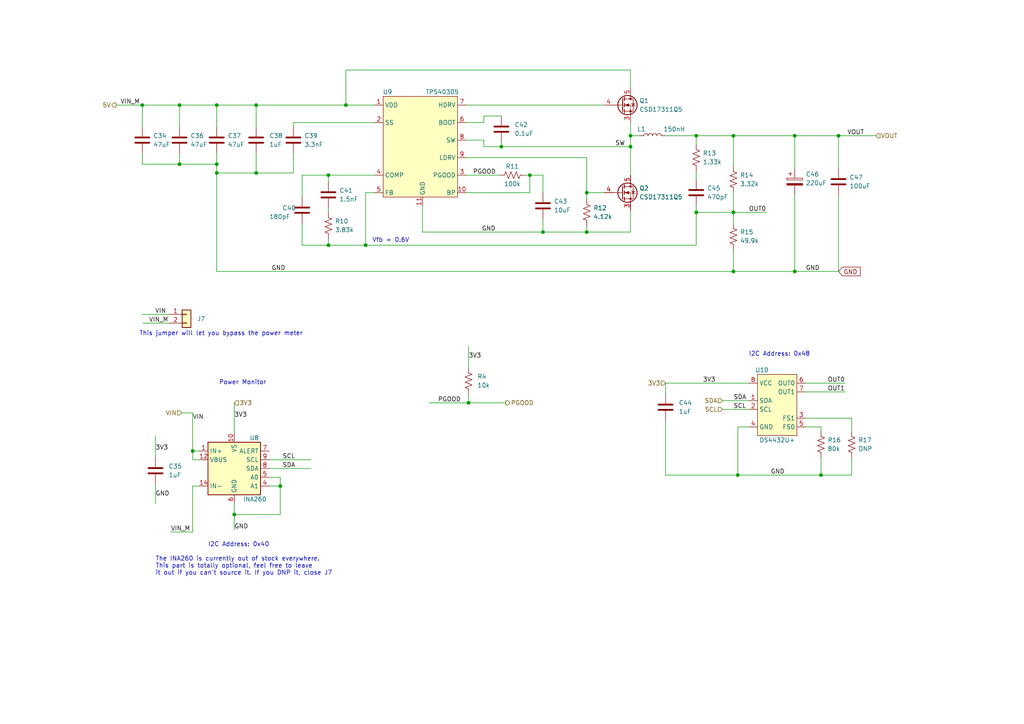
<source format=kicad_sch>
(kicad_sch (version 20211123) (generator eeschema)
  (paper "A4")
  (lib_symbols
    (symbol "Connector_Generic:Conn_01x02" (pin_names (offset 1.016) hide)
      (property "Reference" "J" (at 0 2.54 0))
      (property "Value" "Conn_01x02" (at 0 -5.08 0))
      (symbol "Conn_01x02_1_1"
        (rectangle (start -1.27 -2.413) (end 0 -2.667) (stroke (width 0.1524)))
        (rectangle (start -1.27 0.127) (end 0 -0.127) (stroke (width 0.1524)))
        (rectangle (start -1.27 1.27) (end 1.27 -3.81) (stroke (width 0.254)) (fill (type background)))
        (pin passive line (at -5.08 0 0) (length 3.81) (name "Pin_1") (number "1"))
        (pin passive line (at -5.08 -2.54 0) (length 3.81) (name "Pin_2") (number "2"))
      )
    )
    (symbol "Device:C" (pin_numbers hide) (pin_names (offset 0.254))
      (property "Reference" "C" (at 0.635 2.54 0))
      (property "Value" "C" (at 0.635 -2.54 0))
      (symbol "C_0_1"
        (polyline (pts (xy -2.032 -0.762) (xy 2.032 -0.762)) (stroke (width 0.508)))
        (polyline (pts (xy -2.032 0.762) (xy 2.032 0.762)) (stroke (width 0.508)))
      )
      (symbol "C_1_1"
        (pin passive line (at 0 3.81 270) (length 2.794) (name "~") (number "1"))
        (pin passive line (at 0 -3.81 90) (length 2.794) (name "~") (number "2"))
      )
    )
    (symbol "Device:C_Polarized" (pin_numbers hide) (pin_names (offset 0.254))
      (property "Reference" "C" (at 0.635 2.54 0))
      (property "Value" "C_Polarized" (at 0.635 -2.54 0))
      (symbol "C_Polarized_0_1"
        (rectangle (start -2.286 0.508) (end 2.286 1.016))
        (polyline (pts (xy -1.778 2.286) (xy -0.762 2.286)))
        (polyline (pts (xy -1.27 2.794) (xy -1.27 1.778)))
        (rectangle (start 2.286 -0.508) (end -2.286 -1.016) (fill (type outline)))
      )
      (symbol "C_Polarized_1_1"
        (pin passive line (at 0 3.81 270) (length 2.794) (name "~") (number "1"))
        (pin passive line (at 0 -3.81 90) (length 2.794) (name "~") (number "2"))
      )
    )
    (symbol "Device:L" (pin_numbers hide) (pin_names (offset 1.016) hide)
      (property "Reference" "L" (at -1.27 0 90))
      (property "Value" "L" (at 1.905 0 90))
      (symbol "L_0_1"
        (arc (start 0 -2.54) (mid 0.635 -1.905) (end 0 -1.27))
        (arc (start 0 -1.27) (mid 0.635 -0.635) (end 0 0))
        (arc (start 0 0) (mid 0.635 0.635) (end 0 1.27))
        (arc (start 0 1.27) (mid 0.635 1.905) (end 0 2.54))
      )
      (symbol "L_1_1"
        (pin passive line (at 0 3.81 270) (length 1.27) (name "1") (number "1"))
        (pin passive line (at 0 -3.81 90) (length 1.27) (name "2") (number "2"))
      )
    )
    (symbol "Device:R_US" (pin_numbers hide) (pin_names (offset 0))
      (property "Reference" "R" (at 2.54 0 90))
      (property "Value" "R_US" (at -2.54 0 90))
      (symbol "R_US_0_1"
        (polyline (pts (xy 0 -2.286) (xy 0 -2.54)))
        (polyline (pts (xy 0 2.286) (xy 0 2.54)))
        (polyline (pts (xy 0 -0.762) (xy 1.016 -1.143) (xy 0 -1.524) (xy -1.016 -1.905) (xy 0 -2.286)))
        (polyline (pts (xy 0 0.762) (xy 1.016 0.381) (xy 0 0) (xy -1.016 -0.381) (xy 0 -0.762)))
        (polyline (pts (xy 0 2.286) (xy 1.016 1.905) (xy 0 1.524) (xy -1.016 1.143) (xy 0 0.762)))
      )
      (symbol "R_US_1_1"
        (pin passive line (at 0 3.81 270) (length 1.27) (name "~") (number "1"))
        (pin passive line (at 0 -3.81 90) (length 1.27) (name "~") (number "2"))
      )
    )
    (symbol "Q_NMOS_CSD17311Q5_1" (pin_names (offset 0) hide)
      (property "Reference" "Q" (at 5.08 1.27 0))
      (property "Value" "Q_NMOS_CSD17311Q5_1" (at 5.08 -1.27 0))
      (symbol "Q_NMOS_CSD17311Q5_1_0_1"
        (polyline (pts (xy 0.254 0) (xy -2.54 0)))
        (polyline (pts (xy 0.254 1.905) (xy 0.254 -1.905)) (stroke (width 0.254)))
        (polyline (pts (xy 0.762 -1.27) (xy 0.762 -2.286)) (stroke (width 0.254)))
        (polyline (pts (xy 0.762 0.508) (xy 0.762 -0.508)) (stroke (width 0.254)))
        (polyline (pts (xy 0.762 2.286) (xy 0.762 1.27)) (stroke (width 0.254)))
        (polyline (pts (xy 2.54 2.54) (xy 2.54 1.778)))
        (polyline (pts (xy 2.54 -2.54) (xy 2.54 0) (xy 0.762 0)))
        (polyline (pts (xy 0.762 -1.778) (xy 3.302 -1.778) (xy 3.302 1.778) (xy 0.762 1.778)))
        (polyline (pts (xy 1.016 0) (xy 2.032 0.381) (xy 2.032 -0.381) (xy 1.016 0)) (fill (type outline)))
        (polyline (pts (xy 2.794 0.508) (xy 2.921 0.381) (xy 3.683 0.381) (xy 3.81 0.254)))
        (polyline (pts (xy 3.302 0.381) (xy 2.921 -0.254) (xy 3.683 -0.254) (xy 3.302 0.381)))
        (circle (center 1.651 0) (radius 2.794) (stroke (width 0.254)))
        (circle (center 2.54 -1.778) (radius 0.254) (fill (type outline)))
        (circle (center 2.54 1.778) (radius 0.254) (fill (type outline)))
      )
      (symbol "Q_NMOS_CSD17311Q5_1_1_1"
        (pin passive line (at 2.54 -5.08 90) (length 2.54) hide (name "") (number "1"))
        (pin passive line (at 2.54 -5.08 90) (length 2.54) hide (name "") (number "2"))
        (pin passive line (at 2.54 -5.08 90) (length 2.54) (name "S") (number "3"))
        (pin input line (at -5.08 0 0) (length 2.54) (name "G") (number "4"))
        (pin passive line (at 2.54 5.08 270) (length 2.54) (name "D") (number "5"))
      )
    )
    (symbol "Sensor:INA260"
      (property "Reference" "U" (at -6.35 8.89 0))
      (property "Value" "INA260" (at 2.54 8.89 0))
      (symbol "INA260_0_1"
        (rectangle (start -7.62 7.62) (end 7.62 -7.62) (stroke (width 0.254)) (fill (type background)))
      )
      (symbol "INA260_1_1"
        (pin passive line (at -10.16 5.08 0) (length 2.54) (name "IN+") (number "1"))
        (pin power_in line (at 0 10.16 270) (length 2.54) (name "VS") (number "10"))
        (pin passive line (at 0 -10.16 90) (length 2.54) hide (name "GND") (number "11"))
        (pin passive line (at -10.16 2.54 0) (length 2.54) (name "VBUS") (number "12"))
        (pin no_connect line (at 2.54 -7.62 90) (length 2.54) hide (name "NC") (number "13"))
        (pin passive line (at -10.16 -5.08 0) (length 2.54) (name "IN-") (number "14"))
        (pin passive line (at -10.16 -5.08 0) (length 2.54) hide (name "IN-") (number "15"))
        (pin passive line (at -10.16 -5.08 0) (length 2.54) hide (name "IN-") (number "16"))
        (pin passive line (at -10.16 5.08 0) (length 2.54) hide (name "IN+") (number "2"))
        (pin passive line (at -10.16 5.08 0) (length 2.54) hide (name "IN+") (number "3"))
        (pin input line (at 10.16 -5.08 180) (length 2.54) (name "A1") (number "4"))
        (pin input line (at 10.16 -2.54 180) (length 2.54) (name "A0") (number "5"))
        (pin power_in line (at 0 -10.16 90) (length 2.54) (name "GND") (number "6"))
        (pin open_collector line (at 10.16 5.08 180) (length 2.54) (name "ALERT") (number "7"))
        (pin bidirectional line (at 10.16 0 180) (length 2.54) (name "SDA") (number "8"))
        (pin input line (at 10.16 2.54 180) (length 2.54) (name "SCL") (number "9"))
      )
    )
    (symbol "TPS40305:DS4432U+"
      (property "Reference" "U" (at 3.81 10.16 0))
      (property "Value" "DS4432U+" (at -1.27 -10.16 0))
      (symbol "DS4432U+_0_1"
        (rectangle (start -6.35 8.89) (end 5.08 -8.89) (stroke (width 0.1524)) (fill (type background)))
      )
      (symbol "DS4432U+_1_1"
        (pin input line (at -8.89 1.27 0) (length 2.54) (name "SDA") (number "1"))
        (pin input line (at -8.89 -1.27 0) (length 2.54) (name "SCL") (number "2"))
        (pin input line (at 7.62 -3.81 180) (length 2.54) (name "FS1") (number "3"))
        (pin power_in line (at -8.89 -6.35 0) (length 2.54) (name "GND") (number "4"))
        (pin input line (at 7.62 -6.35 180) (length 2.54) (name "FS0") (number "5"))
        (pin output line (at 7.62 6.35 180) (length 2.54) (name "OUT0") (number "6"))
        (pin output line (at 7.62 3.81 180) (length 2.54) (name "OUT1") (number "7"))
        (pin power_in line (at -8.89 6.35 0) (length 2.54) (name "VCC") (number "8"))
      )
    )
    (symbol "TPS40305:TPS40305"
      (property "Reference" "U" (at 10.16 16.51 0))
      (property "Value" "TPS40305" (at -7.62 16.51 0))
      (symbol "TPS40305_0_1"
        (rectangle (start -11.43 15.24) (end 10.16 -13.97) (stroke (width 0.1524)) (fill (type background)))
      )
      (symbol "TPS40305_1_1"
        (pin input line (at -13.97 12.7 0) (length 2.54) (name "VDD") (number "1"))
        (pin input line (at 12.7 -12.7 180) (length 2.54) (name "BP") (number "10"))
        (pin input line (at 0 -16.51 90) (length 2.54) (name "GND") (number "11"))
        (pin input line (at -13.97 7.62 0) (length 2.54) (name "SS") (number "2"))
        (pin input line (at 12.7 -7.62 180) (length 2.54) (name "PGOOD") (number "3"))
        (pin input line (at -13.97 -7.62 0) (length 2.54) (name "COMP") (number "4"))
        (pin input line (at -13.97 -12.7 0) (length 2.54) (name "FB") (number "5"))
        (pin input line (at 12.7 7.62 180) (length 2.54) (name "BOOT") (number "6"))
        (pin input line (at 12.7 12.7 180) (length 2.54) (name "HDRV") (number "7"))
        (pin input line (at 12.7 2.54 180) (length 2.54) (name "SW") (number "8"))
        (pin input line (at 12.7 -2.54 180) (length 2.54) (name "LDRV") (number "9"))
      )
    )
  )
  (junction (at 135.89 116.84))
  (junction (at 62.865 50.165))
  (junction (at 201.93 61.595))
  (junction (at 62.865 47.625))
  (junction (at 238.125 137.795))
  (junction (at 153.67 50.8))
  (junction (at 213.995 137.795))
  (junction (at 41.275 30.48))
  (junction (at 145.415 42.545))
  (junction (at 182.88 42.545))
  (junction (at 212.725 78.74))
  (junction (at 95.25 50.8))
  (junction (at 182.88 39.37))
  (junction (at 170.18 55.88))
  (junction (at 230.505 78.74))
  (junction (at 212.725 39.37))
  (junction (at 52.07 47.625))
  (junction (at 74.295 30.48))
  (junction (at 100.33 30.48))
  (junction (at 106.045 71.12))
  (junction (at 67.945 149.225))
  (junction (at 52.07 30.48))
  (junction (at 230.505 39.37))
  (junction (at 212.725 61.595))
  (junction (at 81.28 140.97))
  (junction (at 157.48 67.31))
  (junction (at 62.865 30.48))
  (junction (at 74.295 50.165))
  (junction (at 243.205 39.37))
  (junction (at 55.88 130.81))
  (junction (at 201.93 39.37))
  (junction (at 95.25 71.12))
  (junction (at 170.18 67.31))
  (wire (pts (xy 247.015 137.795) (xy 238.125 137.795)))
  (wire (pts (xy 243.205 39.37) (xy 230.505 39.37)))
  (wire (pts (xy 193.04 111.125) (xy 217.17 111.125)))
  (wire (pts (xy 157.48 63.5) (xy 157.48 67.31)))
  (wire (pts (xy 41.275 30.48) (xy 52.07 30.48)))
  (wire (pts (xy 108.585 50.8) (xy 95.25 50.8)))
  (wire (pts (xy 182.88 35.56) (xy 182.88 39.37)))
  (wire (pts (xy 243.205 48.895) (xy 243.205 39.37)))
  (wire (pts (xy 170.18 55.88) (xy 175.26 55.88)))
  (wire (pts (xy 67.945 116.84) (xy 67.945 125.73)))
  (wire (pts (xy 95.25 60.325) (xy 95.25 61.595)))
  (wire (pts (xy 74.295 44.45) (xy 74.295 50.165)))
  (wire (pts (xy 212.725 55.88) (xy 212.725 61.595)))
  (wire (pts (xy 170.18 45.72) (xy 170.18 55.88)))
  (wire (pts (xy 55.88 130.81) (xy 55.88 119.761)))
  (wire (pts (xy 52.07 44.45) (xy 52.07 47.625)))
  (wire (pts (xy 170.18 67.31) (xy 170.18 65.405)))
  (wire (pts (xy 233.68 113.665) (xy 245.11 113.665)))
  (wire (pts (xy 85.09 44.45) (xy 85.09 50.165)))
  (wire (pts (xy 247.015 132.715) (xy 247.015 137.795)))
  (wire (pts (xy 182.88 20.32) (xy 100.33 20.32)))
  (wire (pts (xy 193.04 114.3) (xy 193.04 111.125)))
  (wire (pts (xy 201.93 39.37) (xy 201.93 41.91)))
  (wire (pts (xy 57.785 133.35) (xy 55.88 133.35)))
  (wire (pts (xy 52.07 47.625) (xy 62.865 47.625)))
  (wire (pts (xy 243.205 39.37) (xy 254 39.37)))
  (wire (pts (xy 55.88 140.97) (xy 55.88 154.305)))
  (wire (pts (xy 124.46 116.84) (xy 135.89 116.84)))
  (wire (pts (xy 87.63 71.12) (xy 87.63 64.77)))
  (wire (pts (xy 87.63 50.8) (xy 87.63 57.15)))
  (wire (pts (xy 49.53 154.305) (xy 55.88 154.305)))
  (wire (pts (xy 209.55 116.205) (xy 217.17 116.205)))
  (wire (pts (xy 62.865 50.165) (xy 74.295 50.165)))
  (wire (pts (xy 78.105 138.43) (xy 81.28 138.43)))
  (wire (pts (xy 122.555 67.31) (xy 157.48 67.31)))
  (wire (pts (xy 81.28 149.225) (xy 67.945 149.225)))
  (wire (pts (xy 213.995 123.825) (xy 217.17 123.825)))
  (wire (pts (xy 62.865 78.74) (xy 212.725 78.74)))
  (wire (pts (xy 201.93 49.53) (xy 201.93 52.07)))
  (wire (pts (xy 57.785 130.81) (xy 55.88 130.81)))
  (wire (pts (xy 74.295 30.48) (xy 74.295 36.83)))
  (wire (pts (xy 95.25 69.215) (xy 95.25 71.12)))
  (wire (pts (xy 233.68 121.285) (xy 247.015 121.285)))
  (wire (pts (xy 212.725 72.39) (xy 212.725 78.74)))
  (wire (pts (xy 41.402 93.726) (xy 49.022 93.726)))
  (wire (pts (xy 157.48 67.31) (xy 170.18 67.31)))
  (wire (pts (xy 238.125 132.715) (xy 238.125 137.795)))
  (wire (pts (xy 153.67 55.88) (xy 153.67 50.8)))
  (wire (pts (xy 230.505 39.37) (xy 230.505 48.895)))
  (wire (pts (xy 212.725 61.595) (xy 212.725 64.77)))
  (wire (pts (xy 140.335 40.64) (xy 140.335 42.545)))
  (wire (pts (xy 182.88 60.96) (xy 182.88 67.31)))
  (wire (pts (xy 81.28 138.43) (xy 81.28 140.97)))
  (wire (pts (xy 135.255 45.72) (xy 170.18 45.72)))
  (wire (pts (xy 135.255 40.64) (xy 140.335 40.64)))
  (wire (pts (xy 41.275 47.625) (xy 52.07 47.625)))
  (wire (pts (xy 233.68 111.125) (xy 245.11 111.125)))
  (wire (pts (xy 135.255 55.88) (xy 153.67 55.88)))
  (wire (pts (xy 41.275 36.83) (xy 41.275 30.48)))
  (wire (pts (xy 230.505 56.515) (xy 230.505 78.74)))
  (wire (pts (xy 62.865 30.48) (xy 62.865 36.83)))
  (wire (pts (xy 152.4 50.8) (xy 153.67 50.8)))
  (wire (pts (xy 52.07 30.48) (xy 62.865 30.48)))
  (wire (pts (xy 213.995 137.795) (xy 213.995 123.825)))
  (wire (pts (xy 45.085 140.335) (xy 45.085 146.05)))
  (wire (pts (xy 140.335 42.545) (xy 145.415 42.545)))
  (wire (pts (xy 230.505 39.37) (xy 212.725 39.37)))
  (wire (pts (xy 100.33 20.32) (xy 100.33 30.48)))
  (wire (pts (xy 182.88 67.31) (xy 170.18 67.31)))
  (wire (pts (xy 67.945 149.225) (xy 67.945 153.67)))
  (wire (pts (xy 233.68 123.825) (xy 238.125 123.825)))
  (wire (pts (xy 135.89 116.84) (xy 146.685 116.84)))
  (wire (pts (xy 170.18 55.88) (xy 170.18 57.785)))
  (wire (pts (xy 182.88 42.545) (xy 182.88 50.8)))
  (wire (pts (xy 95.25 71.12) (xy 87.63 71.12)))
  (wire (pts (xy 62.865 30.48) (xy 74.295 30.48)))
  (wire (pts (xy 230.505 78.74) (xy 243.205 78.74)))
  (wire (pts (xy 193.04 137.795) (xy 213.995 137.795)))
  (wire (pts (xy 78.105 140.97) (xy 81.28 140.97)))
  (wire (pts (xy 67.945 146.05) (xy 67.945 149.225)))
  (wire (pts (xy 135.255 50.8) (xy 144.78 50.8)))
  (wire (pts (xy 106.045 71.12) (xy 95.25 71.12)))
  (wire (pts (xy 157.48 50.8) (xy 157.48 55.88)))
  (wire (pts (xy 52.07 30.48) (xy 52.07 36.83)))
  (wire (pts (xy 135.89 114.3) (xy 135.89 116.84)))
  (wire (pts (xy 62.865 47.625) (xy 62.865 50.165)))
  (wire (pts (xy 145.415 42.545) (xy 182.88 42.545)))
  (wire (pts (xy 182.88 25.4) (xy 182.88 20.32)))
  (wire (pts (xy 62.865 50.165) (xy 62.865 78.74)))
  (wire (pts (xy 247.015 121.285) (xy 247.015 125.095)))
  (wire (pts (xy 41.275 44.45) (xy 41.275 47.625)))
  (wire (pts (xy 62.865 44.45) (xy 62.865 47.625)))
  (wire (pts (xy 122.555 59.69) (xy 122.555 67.31)))
  (wire (pts (xy 212.725 61.595) (xy 222.25 61.595)))
  (wire (pts (xy 212.725 78.74) (xy 230.505 78.74)))
  (wire (pts (xy 193.04 39.37) (xy 201.93 39.37)))
  (wire (pts (xy 209.55 118.745) (xy 217.17 118.745)))
  (wire (pts (xy 108.585 55.88) (xy 106.045 55.88)))
  (wire (pts (xy 108.585 35.56) (xy 85.09 35.56)))
  (wire (pts (xy 57.785 140.97) (xy 55.88 140.97)))
  (wire (pts (xy 201.93 39.37) (xy 212.725 39.37)))
  (wire (pts (xy 153.67 50.8) (xy 157.48 50.8)))
  (wire (pts (xy 140.335 35.56) (xy 140.335 33.655)))
  (wire (pts (xy 201.93 59.69) (xy 201.93 61.595)))
  (wire (pts (xy 41.148 91.186) (xy 49.022 91.186)))
  (wire (pts (xy 243.205 56.515) (xy 243.205 78.74)))
  (wire (pts (xy 201.93 71.12) (xy 106.045 71.12)))
  (wire (pts (xy 95.25 50.8) (xy 87.63 50.8)))
  (wire (pts (xy 74.295 30.48) (xy 100.33 30.48)))
  (wire (pts (xy 140.335 33.655) (xy 145.415 33.655)))
  (wire (pts (xy 145.415 41.275) (xy 145.415 42.545)))
  (wire (pts (xy 45.085 126.365) (xy 45.085 132.715)))
  (wire (pts (xy 135.255 30.48) (xy 175.26 30.48)))
  (wire (pts (xy 55.88 133.35) (xy 55.88 130.81)))
  (wire (pts (xy 100.33 30.48) (xy 108.585 30.48)))
  (wire (pts (xy 85.09 35.56) (xy 85.09 36.83)))
  (wire (pts (xy 212.725 39.37) (xy 212.725 48.26)))
  (wire (pts (xy 182.88 39.37) (xy 185.42 39.37)))
  (wire (pts (xy 135.89 100.33) (xy 135.89 106.68)))
  (wire (pts (xy 238.125 123.825) (xy 238.125 125.095)))
  (wire (pts (xy 201.93 61.595) (xy 201.93 71.12)))
  (wire (pts (xy 135.255 35.56) (xy 140.335 35.56)))
  (wire (pts (xy 78.105 133.35) (xy 90.17 133.35)))
  (wire (pts (xy 81.28 140.97) (xy 81.28 149.225)))
  (wire (pts (xy 106.045 55.88) (xy 106.045 71.12)))
  (wire (pts (xy 182.88 39.37) (xy 182.88 42.545)))
  (wire (pts (xy 238.125 137.795) (xy 213.995 137.795)))
  (wire (pts (xy 193.04 121.92) (xy 193.04 137.795)))
  (wire (pts (xy 52.705 119.761) (xy 55.88 119.761)))
  (wire (pts (xy 33.655 30.48) (xy 41.275 30.48)))
  (wire (pts (xy 78.105 135.89) (xy 90.17 135.89)))
  (wire (pts (xy 74.295 50.165) (xy 85.09 50.165)))
  (wire (pts (xy 201.93 61.595) (xy 212.725 61.595)))
  (wire (pts (xy 95.25 50.8) (xy 95.25 52.705)))
  (text "I2C Address: 0x48" (at 217.17 103.505 0) (effects (font (size 1.27 1.27)) (justify left bottom)))
  (text "The INA260 is currently out of stock everywhere.\nThis part is totally optional, feel free to leave \nit out if you can't source it. If you DNP it, close J7" (at 45.085 167.005 0) (effects (font (size 1.27 1.27)) (justify left bottom)))
  (text "Power Monitor" (at 63.5 111.76 0) (effects (font (size 1.27 1.27)) (justify left bottom)))
  (text "I2C Address: 0x40" (at 60.325 158.75 0) (effects (font (size 1.27 1.27)) (justify left bottom)))
  (text "Vfb = 0.6V" (at 107.95 70.485 0) (effects (font (size 1.27 1.27)) (justify left bottom)))
  (text "This jumper will let you bypass the power meter" (at 40.386 97.536 0) (effects (font (size 1.27 1.27)) (justify left bottom)))
  (label "3V3" (at 203.835 111.125 0))
  (label "SDA" (at 212.725 116.205 0))
  (label "VIN_M" (at 34.925 30.48 0))
  (label "GND" (at 233.68 78.74 0))
  (label "VIN_M" (at 49.53 154.305 0))
  (label "GND" (at 78.74 78.74 0))
  (label "VIN" (at 44.958 91.186 0))
  (label "GND" (at 67.945 153.67 0))
  (label "3V3" (at 67.945 121.285 0))
  (label "PGOOD" (at 137.16 50.8 0))
  (label "GND" (at 45.085 144.145 0))
  (label "SCL" (at 81.915 133.35 0))
  (label "VOUT" (at 245.745 39.37 0))
  (label "3V3" (at 45.085 130.81 0))
  (label "OUT1" (at 240.03 113.665 0))
  (label "SCL" (at 212.725 118.745 0))
  (label "SDA" (at 81.915 135.89 0))
  (label "OUT0" (at 217.17 61.595 0))
  (label "OUT0" (at 240.03 111.125 0))
  (label "GND" (at 223.52 137.795 0))
  (label "VIN_M" (at 43.18 93.726 0))
  (label "3V3" (at 135.89 104.14 0))
  (label "PGOOD" (at 127 116.84 0))
  (label "SW" (at 178.435 42.545 0))
  (label "GND" (at 139.7 67.31 0))
  (label "VIN" (at 55.88 121.92 0))
  (global_label "GND" (shape input) (at 243.205 78.74 0) (property "Intersheet References" "${INTERSHEET_REFS}" (effects hide)))
  (hierarchical_label "SDA" (shape input) (at 209.55 116.205 180))
  (hierarchical_label "5V" (shape output) (at 33.655 30.48 180))
  (hierarchical_label "SCL" (shape input) (at 209.55 118.745 180))
  (hierarchical_label "3V3" (shape input) (at 67.945 116.84 0))
  (hierarchical_label "VOUT" (shape input) (at 254 39.37 0))
  (hierarchical_label "VIN" (shape input) (at 52.705 119.761 180))
  (hierarchical_label "3V3" (shape input) (at 193.04 111.125 180))
  (hierarchical_label "PGOOD" (shape output) (at 146.685 116.84 0))
  (symbol (lib_id "Device:C") (at 157.48 59.69 0) (unit 1)
    (property "Reference" "C43" (at 160.655 58.4199 0) (effects (justify left)))
    (property "Value" "10uF" (at 160.655 60.9599 0) (effects (justify left)))
    (property "Footprint" "Capacitor_SMD:C_0805_2012Metric" (effects hide))
    (property "DK" "1276-1096-1-ND" (effects hide))
  )
  (symbol (lib_id "Device:R_US") (at 212.725 52.07 0) (unit 1)
    (property "Reference" "R14" (at 214.63 50.7999 0) (effects (justify left)))
    (property "Value" "3.32k" (at 214.63 53.3399 0) (effects (justify left)))
    (property "Footprint" "Resistor_SMD:R_0402_1005Metric" (effects hide))
    (property "DK" "311-3.32KLRCT-ND" (effects hide))
  )
  (symbol (lib_id "Device:C") (at 62.865 40.64 0) (unit 1)
    (property "Reference" "C37" (at 66.04 39.3699 0) (effects (justify left)))
    (property "Value" "47uF" (at 66.04 41.9099 0) (effects (justify left)))
    (property "Footprint" "Capacitor_SMD:C_1210_3225Metric" (effects hide))
    (property "DK" "490-6539-1-ND" (effects hide))
    (property "PARTNO" "GRM32ER61C476KE15L" (effects hide))
  )
  (symbol (lib_id "Device:C_Polarized") (at 230.505 52.705 0) (unit 1)
    (property "Reference" "C46" (at 233.68 50.5459 0) (effects (justify left)))
    (property "Value" "220uF" (at 233.68 53.0859 0) (effects (justify left)))
    (property "Footprint" "TPS40305_supply:CAP_2R5TPE220MAFB" (effects hide))
    (property "Datasheet" "https://media.digikey.com/pdf/Data%20Sheets/Panasonic%20Capacitors%20PDFs/TPE_Series_POSCAP_Rev02_Oct_2017.pdf" (effects hide))
    (property "PARTNO" "2R5TPE220MAFB" (effects hide))
    (property "DK" "P16200CT-ND" (effects hide))
  )
  (symbol (lib_id "TPS40305:TPS40305") (at 122.555 43.18 0) (unit 1)
    (property "Reference" "U9" (at 112.395 26.67 0))
    (property "Value" "TPS40305" (at 128.27 26.67 0))
    (property "Footprint" "TPS40305_supply:TPS40305" (effects hide))
    (property "Datasheet" "https://www.ti.com/lit/ds/symlink/tps40303.pdf" (effects hide))
    (property "DK" "296-37445-1-ND" (effects hide))
    (property "PARTNO" "TPS40305DRCR" (effects hide))
  )
  (symbol (lib_id "Sensor:INA260") (at 67.945 135.89 0) (unit 1)
    (property "Reference" "U8" (at 72.39 127 0) (effects (justify left)))
    (property "Value" "INA260" (at 70.485 144.78 0) (effects (justify left)))
    (property "Footprint" "Package_SO:TSSOP-16_4.4x5mm_P0.65mm" (effects hide))
    (property "Datasheet" "http://www.ti.com/lit/ds/symlink/ina260.pdf" (effects hide))
    (property "PARTNO" "INA260AIPWR" (effects hide))
    (property "DK" "296-47777-1-ND" (effects hide))
  )
  (symbol (lib_id "Device:C") (at 41.275 40.64 0) (unit 1)
    (property "Reference" "C34" (at 44.45 39.3699 0) (effects (justify left)))
    (property "Value" "47uF" (at 44.45 41.9099 0) (effects (justify left)))
    (property "Footprint" "Capacitor_SMD:C_1210_3225Metric" (effects hide))
    (property "DK" "490-6539-1-ND" (effects hide))
    (property "PARTNO" "GRM32ER61C476KE15L" (effects hide))
  )
  (symbol (lib_name "Q_NMOS_CSD17311Q5_1") (lib_id "TPS40305:Q_NMOS_CSD17311Q5") (at 180.34 55.88 0) (unit 1)
    (property "Reference" "Q2" (at 185.42 54.61 0) (effects (justify left)))
    (property "Value" "CSD17311Q5" (at 185.42 57.15 0) (effects (justify left)))
    (property "Footprint" "TPS40305_supply:CSD17311Q5" (effects hide))
    (property "Datasheet" "https://www.ti.com/lit/ds/symlink/csd17311q5.pdf" (effects hide))
    (property "DK" "296-27625-1-ND" (effects hide))
    (property "PARTNO" "CSD17311Q5" (effects hide))
  )
  (symbol (lib_id "Device:C") (at 85.09 40.64 0) (unit 1)
    (property "Reference" "C39" (at 88.265 39.3699 0) (effects (justify left)))
    (property "Value" "3.3nF" (at 88.265 41.9099 0) (effects (justify left)))
    (property "Footprint" "Capacitor_SMD:C_0402_1005Metric" (effects hide))
    (property "DK" "1276-1552-1-ND" (effects hide))
  )
  (symbol (lib_id "Device:C") (at 52.07 40.64 0) (unit 1)
    (property "Reference" "C36" (at 55.245 39.3699 0) (effects (justify left)))
    (property "Value" "47uF" (at 55.245 41.9099 0) (effects (justify left)))
    (property "Footprint" "Capacitor_SMD:C_1210_3225Metric" (effects hide))
    (property "DK" "490-6539-1-ND" (effects hide))
    (property "PARTNO" "GRM32ER61C476KE15L" (effects hide))
  )
  (symbol (lib_id "Device:C") (at 74.295 40.64 0) (unit 1)
    (property "Reference" "C38" (at 78.105 39.3699 0) (effects (justify left)))
    (property "Value" "1uF" (at 78.105 41.9099 0) (effects (justify left)))
    (property "Footprint" "Capacitor_SMD:C_0805_2012Metric" (effects hide))
    (property "DK" "1276-6471-1-ND" (effects hide))
  )
  (symbol (lib_id "TPS40305:DS4432U+") (at 226.06 117.475 0) (unit 1)
    (property "Reference" "U10" (at 220.98 107.315 0))
    (property "Value" "DS4432U+" (at 225.425 127.635 0))
    (property "Footprint" "Package_SO:TSSOP-8_3x3mm_P0.65mm" (effects hide))
    (property "Datasheet" "https://datasheets.maximintegrated.com/en/ds/DS4432.pdf" (effects hide))
    (property "DK" "DS4432U+-ND" (effects hide))
    (property "PARTNO" "DS4432U+" (effects hide))
  )
  (symbol (lib_id "Device:C") (at 243.205 52.705 0) (unit 1)
    (property "Reference" "C47" (at 246.38 51.4349 0) (effects (justify left)))
    (property "Value" "100uF" (at 246.38 53.9749 0) (effects (justify left)))
    (property "Footprint" "Capacitor_SMD:C_1206_3216Metric" (effects hide))
    (property "PARTNO" "C3216X5R0J107M160AB" (effects hide))
    (property "DK" "445-6008-1-ND" (effects hide))
  )
  (symbol (lib_id "Device:C") (at 95.25 56.515 0) (unit 1)
    (property "Reference" "C41" (at 98.425 55.2449 0) (effects (justify left)))
    (property "Value" "1.5nF" (at 98.425 57.7849 0) (effects (justify left)))
    (property "Footprint" "Capacitor_SMD:C_0805_2012Metric" (effects hide))
    (property "DK" "311-1128-1-ND" (effects hide))
  )
  (symbol (lib_id "Device:R_US") (at 212.725 68.58 0) (unit 1)
    (property "Reference" "R15" (at 214.63 67.3099 0) (effects (justify left)))
    (property "Value" "49.9k" (at 214.63 69.8499 0) (effects (justify left)))
    (property "Footprint" "Resistor_SMD:R_0402_1005Metric" (effects hide))
    (property "DK" "311-49.9KLRCT-ND" (effects hide))
  )
  (symbol (lib_id "Device:R_US") (at 148.59 50.8 90) (unit 1)
    (property "Reference" "R11" (at 148.59 48.26 90))
    (property "Value" "100k" (at 148.59 53.34 90))
    (property "Footprint" "Resistor_SMD:R_0402_1005Metric" (effects hide))
    (property "DK" "311-100KJRCT-ND" (effects hide))
  )
  (symbol (lib_id "Device:C") (at 145.415 37.465 0) (unit 1)
    (property "Reference" "C42" (at 149.225 36.1949 0) (effects (justify left)))
    (property "Value" "0.1uF" (at 149.225 38.7349 0) (effects (justify left)))
    (property "Footprint" "Capacitor_SMD:C_0402_1005Metric" (effects hide))
    (property "DK" "1292-1639-1-ND" (effects hide))
  )
  (symbol (lib_id "Connector_Generic:Conn_01x02") (at 54.102 91.186 0) (unit 1)
    (property "Reference" "J7" (at 57.15 92.4559 0) (effects (justify left)))
    (property "Value" "Conn_01x02" (effects hide))
    (property "Footprint" "Connector_PinHeader_2.54mm:PinHeader_1x02_P2.54mm_Vertical" (effects hide))
    (property "DNP" "T" (effects hide))
  )
  (symbol (lib_id "Device:R_US") (at 238.125 128.905 0) (unit 1)
    (property "Reference" "R16" (at 240.03 127.6349 0) (effects (justify left)))
    (property "Value" "80k" (at 240.03 130.1749 0) (effects (justify left)))
    (property "Footprint" "Resistor_SMD:R_0402_1005Metric" (effects hide))
    (property "DK" "311-80.6KLRCT-ND" (effects hide))
  )
  (symbol (lib_id "Device:C") (at 193.04 118.11 0) (unit 1)
    (property "Reference" "C44" (at 196.85 116.8399 0) (effects (justify left)))
    (property "Value" "1uF" (at 196.85 119.3799 0) (effects (justify left)))
    (property "Footprint" "Capacitor_SMD:C_0402_1005Metric" (effects hide))
    (property "DK" "587-5514-1-ND" (effects hide))
  )
  (symbol (lib_id "Device:R_US") (at 201.93 45.72 0) (unit 1)
    (property "Reference" "R13" (at 203.835 44.4499 0) (effects (justify left)))
    (property "Value" "1.33k" (at 203.835 46.9899 0) (effects (justify left)))
    (property "Footprint" "Resistor_SMD:R_0402_1005Metric" (effects hide))
    (property "DK" "311-1.33KLRCT-ND" (effects hide))
  )
  (symbol (lib_id "Device:R_US") (at 95.25 65.405 0) (unit 1)
    (property "Reference" "R10" (at 97.155 64.1349 0) (effects (justify left)))
    (property "Value" "3.83k" (at 97.155 66.6749 0) (effects (justify left)))
    (property "Footprint" "Resistor_SMD:R_0402_1005Metric" (effects hide))
    (property "DK" "311-3.83KLRCT-ND" (effects hide))
  )
  (symbol (lib_name "Q_NMOS_CSD17311Q5_1") (lib_id "TPS40305:Q_NMOS_CSD17311Q5") (at 180.34 30.48 0) (unit 1)
    (property "Reference" "Q1" (at 185.42 29.21 0) (effects (justify left)))
    (property "Value" "CSD17311Q5" (at 185.42 31.75 0) (effects (justify left)))
    (property "Footprint" "TPS40305_supply:CSD17311Q5" (effects hide))
    (property "Datasheet" "https://www.ti.com/lit/ds/symlink/csd17311q5.pdf" (effects hide))
    (property "DK" "296-27625-1-ND" (effects hide))
    (property "PARTNO" "CSD17311Q5" (effects hide))
  )
  (symbol (lib_id "Device:C") (at 201.93 55.88 0) (unit 1)
    (property "Reference" "C45" (at 205.105 54.6099 0) (effects (justify left)))
    (property "Value" "470pF" (at 205.105 57.1499 0) (effects (justify left)))
    (property "Footprint" "Capacitor_SMD:C_0805_2012Metric" (effects hide))
    (property "DK" "1292-1580-1-ND" (effects hide))
  )
  (symbol (lib_id "Device:L") (at 189.23 39.37 90) (unit 1)
    (property "Reference" "L1" (at 186.055 37.465 90))
    (property "Value" "150nH" (at 195.58 37.465 90))
    (property "Footprint" "TPS40305_supply:FP1005R1-R15-R" (effects hide))
    (property "Datasheet" "https://www.eaton.com/content/dam/eaton/products/electronic-components/resources/data-sheet/eaton-fp1005r-high-current-power-inductors-data-sheet.pdf" (effects hide))
    (property "PARTNO" "FP1005R1-R15-R" (effects hide))
    (property "DK" "513-1568-1-ND" (effects hide))
  )
  (symbol (lib_id "Device:R_US") (at 247.015 128.905 0) (unit 1)
    (property "Reference" "R17" (at 248.92 127.6349 0) (effects (justify left)))
    (property "Value" "DNP" (at 248.92 130.1749 0) (effects (justify left)))
    (property "Footprint" "Resistor_SMD:R_0402_1005Metric" (effects hide))
    (property "DNP" "T" (effects hide))
  )
  (symbol (lib_id "Device:R_US") (at 170.18 61.595 0) (unit 1)
    (property "Reference" "R12" (at 172.085 60.3249 0) (effects (justify left)))
    (property "Value" "4.12k" (at 172.085 62.8649 0) (effects (justify left)))
    (property "Footprint" "Resistor_SMD:R_0402_1005Metric" (effects hide))
    (property "DK" "RMCF0402FT4K12CT-ND" (effects hide))
  )
  (symbol (lib_id "Device:C") (at 45.085 136.525 0) (unit 1)
    (property "Reference" "C35" (at 48.895 135.2549 0) (effects (justify left)))
    (property "Value" "1uF" (at 48.895 137.7949 0) (effects (justify left)))
    (property "Footprint" "Capacitor_SMD:C_0402_1005Metric" (effects hide))
    (property "DK" "587-5514-1-ND" (effects hide))
  )
  (symbol (lib_id "Device:C") (at 87.63 60.96 0) (unit 1)
    (property "Reference" "C40" (at 81.915 60.325 0) (effects (justify left)))
    (property "Value" "180pF" (at 78.105 62.865 0) (effects (justify left)))
    (property "Footprint" "Capacitor_SMD:C_0805_2012Metric" (effects hide))
    (property "DK" "311-1114-1-ND" (effects hide))
  )
  (symbol (lib_id "Device:R_US") (at 135.89 110.49 0) (unit 1)
    (property "Reference" "R4" (at 138.43 109.2199 0) (effects (justify left)))
    (property "Value" "10k" (at 138.43 111.7599 0) (effects (justify left)))
    (property "Footprint" "Resistor_SMD:R_0402_1005Metric" (effects hide))
    (property "DK" "311-10KJRCT-ND" (effects hide))
  )
)
</source>
